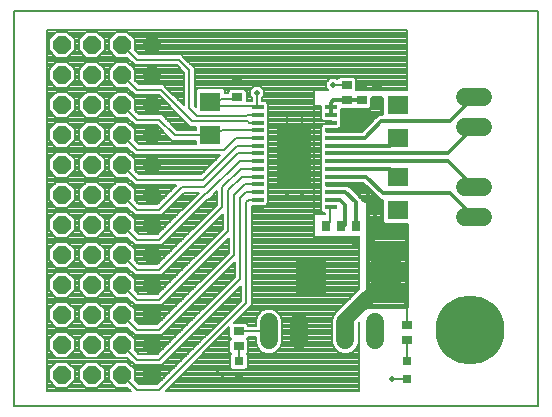
<source format=gtl>
G75*
%MOIN*%
%OFA0B0*%
%FSLAX25Y25*%
%IPPOS*%
%LPD*%
%AMOC8*
5,1,8,0,0,1.08239X$1,22.5*
%
%ADD10C,0.00500*%
%ADD11R,0.03937X0.01378*%
%ADD12R,0.11811X0.19685*%
%ADD13R,0.07098X0.06299*%
%ADD14C,0.06000*%
%ADD15R,0.02756X0.03543*%
%ADD16R,0.03543X0.02756*%
%ADD17OC8,0.06000*%
%ADD18C,0.23000*%
%ADD19R,0.10039X0.10630*%
%ADD20R,0.03150X0.03150*%
%ADD21C,0.00800*%
%ADD22C,0.01950*%
%ADD23C,0.01400*%
%ADD24C,0.05000*%
D10*
X0001250Y0030000D02*
X0001250Y0161850D01*
X0176100Y0161850D01*
X0176100Y0030000D01*
X0001250Y0030000D01*
D11*
X0082594Y0096366D03*
X0082594Y0098925D03*
X0082594Y0101484D03*
X0082594Y0104043D03*
X0082594Y0106602D03*
X0082594Y0109161D03*
X0082594Y0111720D03*
X0082594Y0114280D03*
X0082594Y0116839D03*
X0082594Y0119398D03*
X0082594Y0121957D03*
X0082594Y0124516D03*
X0082594Y0127075D03*
X0082594Y0129634D03*
X0106906Y0129634D03*
X0106906Y0127075D03*
X0106906Y0124516D03*
X0106906Y0121957D03*
X0106906Y0119398D03*
X0106906Y0116839D03*
X0106906Y0114280D03*
X0106906Y0111720D03*
X0106906Y0109161D03*
X0106906Y0106602D03*
X0106906Y0104043D03*
X0106906Y0101484D03*
X0106906Y0098925D03*
X0106906Y0096366D03*
D12*
X0094750Y0113000D03*
D13*
X0066750Y0120402D03*
X0066750Y0131598D03*
X0129250Y0130598D03*
X0129250Y0119402D03*
X0129250Y0106598D03*
X0129250Y0095402D03*
D14*
X0151750Y0093000D02*
X0157750Y0093000D01*
X0157750Y0103000D02*
X0151750Y0103000D01*
X0151750Y0123000D02*
X0157750Y0123000D01*
X0157750Y0133000D02*
X0151750Y0133000D01*
X0121750Y0058000D02*
X0121750Y0052000D01*
X0111750Y0052000D02*
X0111750Y0058000D01*
X0096250Y0058000D02*
X0096250Y0052000D01*
X0086250Y0052000D02*
X0086250Y0058000D01*
D15*
X0115191Y0085000D03*
X0115191Y0090000D03*
X0110309Y0090000D03*
X0105191Y0090000D03*
X0120309Y0090000D03*
X0120309Y0085000D03*
D16*
X0132250Y0057059D03*
X0132250Y0051941D03*
X0076250Y0049941D03*
X0076250Y0055059D03*
X0112250Y0131941D03*
X0117250Y0131941D03*
X0122250Y0131941D03*
X0122250Y0137059D03*
X0117250Y0137059D03*
X0112250Y0137059D03*
X0075750Y0138059D03*
X0075750Y0132941D03*
D17*
X0047250Y0130500D03*
X0037250Y0130500D03*
X0027250Y0130500D03*
X0017250Y0130500D03*
X0017250Y0140500D03*
X0027250Y0140500D03*
X0037250Y0140500D03*
X0047250Y0140500D03*
X0047250Y0150500D03*
X0037250Y0150500D03*
X0027250Y0150500D03*
X0017250Y0150500D03*
X0017250Y0120500D03*
X0027250Y0120500D03*
X0037250Y0120500D03*
X0047250Y0120500D03*
X0047250Y0110500D03*
X0037250Y0110500D03*
X0027250Y0110500D03*
X0017250Y0110500D03*
X0017250Y0100500D03*
X0027250Y0100500D03*
X0037250Y0100500D03*
X0047250Y0100500D03*
X0047250Y0090500D03*
X0037250Y0090500D03*
X0027250Y0090500D03*
X0017250Y0090500D03*
X0017250Y0080500D03*
X0027250Y0080500D03*
X0037250Y0080500D03*
X0047250Y0080500D03*
X0047250Y0070500D03*
X0037250Y0070500D03*
X0027250Y0070500D03*
X0017250Y0070500D03*
X0017250Y0060500D03*
X0027250Y0060500D03*
X0037250Y0060500D03*
X0047250Y0060500D03*
X0047250Y0050500D03*
X0037250Y0050500D03*
X0027250Y0050500D03*
X0017250Y0050500D03*
X0017250Y0040500D03*
X0027250Y0040500D03*
X0037250Y0040500D03*
X0047250Y0040500D03*
D18*
X0153250Y0055500D03*
D19*
X0125230Y0073000D03*
X0100270Y0073000D03*
D20*
X0076250Y0044953D03*
X0076250Y0039047D03*
X0132250Y0039047D03*
X0132250Y0044953D03*
D21*
X0132250Y0051941D01*
X0132250Y0057059D02*
X0132250Y0064000D01*
X0131750Y0064500D01*
X0116250Y0069015D02*
X0108444Y0061209D01*
X0108237Y0060709D01*
X0108020Y0060492D01*
X0107350Y0058875D01*
X0107350Y0051125D01*
X0108020Y0049508D01*
X0109258Y0048270D01*
X0110875Y0047600D01*
X0112625Y0047600D01*
X0114242Y0048270D01*
X0115480Y0049508D01*
X0116150Y0051125D01*
X0116150Y0057885D01*
X0116250Y0057985D01*
X0116250Y0035000D01*
X0051796Y0035000D01*
X0073078Y0056283D01*
X0073078Y0053101D01*
X0073680Y0052500D01*
X0073078Y0051899D01*
X0073078Y0047983D01*
X0073615Y0047447D01*
X0073275Y0047107D01*
X0073275Y0042798D01*
X0074095Y0041978D01*
X0078405Y0041978D01*
X0079225Y0042798D01*
X0079225Y0047107D01*
X0078885Y0047447D01*
X0079422Y0047983D01*
X0079422Y0051899D01*
X0078820Y0052500D01*
X0079422Y0053101D01*
X0079422Y0053200D01*
X0081850Y0053200D01*
X0081850Y0051125D01*
X0082520Y0049508D01*
X0083758Y0048270D01*
X0085375Y0047600D01*
X0087125Y0047600D01*
X0088742Y0048270D01*
X0089980Y0049508D01*
X0090650Y0051125D01*
X0090650Y0058875D01*
X0089980Y0060492D01*
X0088742Y0061730D01*
X0087125Y0062400D01*
X0085375Y0062400D01*
X0083758Y0061730D01*
X0082520Y0060492D01*
X0081850Y0058875D01*
X0081850Y0056800D01*
X0079422Y0056800D01*
X0079422Y0057017D01*
X0078602Y0057837D01*
X0074633Y0057837D01*
X0080550Y0063754D01*
X0080550Y0096836D01*
X0085143Y0096836D01*
X0085963Y0097656D01*
X0085963Y0100194D01*
X0085952Y0100205D01*
X0085963Y0100215D01*
X0085963Y0102753D01*
X0085952Y0102764D01*
X0085963Y0102774D01*
X0085963Y0105312D01*
X0085952Y0105323D01*
X0085963Y0105333D01*
X0085963Y0107871D01*
X0085952Y0107882D01*
X0085963Y0107893D01*
X0085963Y0110430D01*
X0085952Y0110441D01*
X0085963Y0110452D01*
X0085963Y0112989D01*
X0085952Y0113000D01*
X0085963Y0113011D01*
X0085963Y0115548D01*
X0085952Y0115559D01*
X0085963Y0115570D01*
X0085963Y0118107D01*
X0085952Y0118118D01*
X0085963Y0118129D01*
X0085963Y0120667D01*
X0085952Y0120677D01*
X0085963Y0120688D01*
X0085963Y0123226D01*
X0085952Y0123236D01*
X0085963Y0123247D01*
X0085963Y0125785D01*
X0085952Y0125795D01*
X0085963Y0125806D01*
X0085963Y0128344D01*
X0085952Y0128354D01*
X0085963Y0128365D01*
X0085963Y0130903D01*
X0085143Y0131723D01*
X0084050Y0131723D01*
X0084050Y0132941D01*
X0084625Y0133516D01*
X0084625Y0135484D01*
X0083234Y0136875D01*
X0081266Y0136875D01*
X0079875Y0135484D01*
X0079875Y0133516D01*
X0080450Y0132941D01*
X0080450Y0131778D01*
X0078922Y0131778D01*
X0078922Y0134899D01*
X0078102Y0135719D01*
X0073398Y0135719D01*
X0072578Y0134899D01*
X0072578Y0134300D01*
X0071699Y0134300D01*
X0071699Y0135328D01*
X0070879Y0136148D01*
X0062621Y0136148D01*
X0061801Y0135328D01*
X0061801Y0129934D01*
X0061550Y0130205D01*
X0061550Y0142746D01*
X0058050Y0146246D01*
X0056996Y0147300D01*
X0042996Y0147300D01*
X0041634Y0148662D01*
X0041650Y0148677D01*
X0041650Y0152323D01*
X0039073Y0154900D01*
X0035427Y0154900D01*
X0032850Y0152323D01*
X0032850Y0148677D01*
X0035427Y0146100D01*
X0039073Y0146100D01*
X0039088Y0146116D01*
X0041504Y0143700D01*
X0055504Y0143700D01*
X0057950Y0141254D01*
X0057950Y0130346D01*
X0052050Y0136246D01*
X0050996Y0137300D01*
X0042996Y0137300D01*
X0041634Y0138662D01*
X0041650Y0138677D01*
X0041650Y0142323D01*
X0039073Y0144900D01*
X0035427Y0144900D01*
X0032850Y0142323D01*
X0032850Y0138677D01*
X0035427Y0136100D01*
X0039073Y0136100D01*
X0039088Y0136116D01*
X0041504Y0133700D01*
X0049504Y0133700D01*
X0058950Y0124254D01*
X0060004Y0123200D01*
X0061801Y0123200D01*
X0061801Y0122202D01*
X0055594Y0122202D01*
X0050496Y0127300D01*
X0042996Y0127300D01*
X0041634Y0128662D01*
X0041650Y0128677D01*
X0041650Y0132323D01*
X0039073Y0134900D01*
X0035427Y0134900D01*
X0032850Y0132323D01*
X0032850Y0128677D01*
X0035427Y0126100D01*
X0039073Y0126100D01*
X0039088Y0126116D01*
X0041504Y0123700D01*
X0049004Y0123700D01*
X0054103Y0118602D01*
X0061801Y0118602D01*
X0061801Y0117300D01*
X0042996Y0117300D01*
X0041634Y0118662D01*
X0041650Y0118677D01*
X0041650Y0122323D01*
X0039073Y0124900D01*
X0035427Y0124900D01*
X0032850Y0122323D01*
X0032850Y0118677D01*
X0035427Y0116100D01*
X0039073Y0116100D01*
X0039088Y0116116D01*
X0041504Y0113700D01*
X0069904Y0113700D01*
X0063504Y0107300D01*
X0042996Y0107300D01*
X0041634Y0108662D01*
X0041650Y0108677D01*
X0041650Y0112323D01*
X0039073Y0114900D01*
X0035427Y0114900D01*
X0032850Y0112323D01*
X0032850Y0108677D01*
X0035427Y0106100D01*
X0039073Y0106100D01*
X0039088Y0106116D01*
X0040450Y0104754D01*
X0041504Y0103700D01*
X0055404Y0103700D01*
X0049004Y0097300D01*
X0042996Y0097300D01*
X0041634Y0098662D01*
X0041650Y0098677D01*
X0041650Y0102323D01*
X0039073Y0104900D01*
X0035427Y0104900D01*
X0032850Y0102323D01*
X0032850Y0098677D01*
X0035427Y0096100D01*
X0039073Y0096100D01*
X0039088Y0096116D01*
X0041504Y0093700D01*
X0050496Y0093700D01*
X0051550Y0094754D01*
X0051550Y0094754D01*
X0057996Y0101200D01*
X0062904Y0101200D01*
X0049004Y0087300D01*
X0042996Y0087300D01*
X0041634Y0088662D01*
X0041650Y0088677D01*
X0041650Y0092323D01*
X0039073Y0094900D01*
X0035427Y0094900D01*
X0032850Y0092323D01*
X0032850Y0088677D01*
X0035427Y0086100D01*
X0039073Y0086100D01*
X0039088Y0086116D01*
X0041504Y0083700D01*
X0050496Y0083700D01*
X0065996Y0099200D01*
X0066496Y0099200D01*
X0068950Y0101654D01*
X0068950Y0097246D01*
X0049004Y0077300D01*
X0042996Y0077300D01*
X0041634Y0078662D01*
X0041650Y0078677D01*
X0041650Y0082323D01*
X0039073Y0084900D01*
X0035427Y0084900D01*
X0032850Y0082323D01*
X0032850Y0078677D01*
X0035427Y0076100D01*
X0039073Y0076100D01*
X0039088Y0076116D01*
X0041504Y0073700D01*
X0050496Y0073700D01*
X0070950Y0094154D01*
X0070950Y0089246D01*
X0049004Y0067300D01*
X0042996Y0067300D01*
X0041634Y0068662D01*
X0041650Y0068677D01*
X0041650Y0072323D01*
X0039073Y0074900D01*
X0035427Y0074900D01*
X0032850Y0072323D01*
X0032850Y0068677D01*
X0035427Y0066100D01*
X0039073Y0066100D01*
X0039088Y0066116D01*
X0041504Y0063700D01*
X0050496Y0063700D01*
X0072950Y0086154D01*
X0072950Y0081246D01*
X0049004Y0057300D01*
X0042996Y0057300D01*
X0041634Y0058662D01*
X0041650Y0058677D01*
X0041650Y0062323D01*
X0039073Y0064900D01*
X0035427Y0064900D01*
X0032850Y0062323D01*
X0032850Y0058677D01*
X0035427Y0056100D01*
X0039073Y0056100D01*
X0039088Y0056116D01*
X0041504Y0053700D01*
X0050496Y0053700D01*
X0051550Y0054754D01*
X0074950Y0078154D01*
X0074950Y0073246D01*
X0049004Y0047300D01*
X0042996Y0047300D01*
X0041634Y0048662D01*
X0041650Y0048677D01*
X0041650Y0052323D01*
X0039073Y0054900D01*
X0035427Y0054900D01*
X0032850Y0052323D01*
X0032850Y0048677D01*
X0035427Y0046100D01*
X0039073Y0046100D01*
X0039088Y0046116D01*
X0041504Y0043700D01*
X0050496Y0043700D01*
X0051550Y0044754D01*
X0076950Y0070154D01*
X0076950Y0065246D01*
X0049004Y0037300D01*
X0042996Y0037300D01*
X0041634Y0038662D01*
X0041650Y0038677D01*
X0041650Y0042323D01*
X0039073Y0044900D01*
X0035427Y0044900D01*
X0032850Y0042323D01*
X0032850Y0038677D01*
X0035427Y0036100D01*
X0039073Y0036100D01*
X0039088Y0036116D01*
X0040204Y0035000D01*
X0012250Y0035000D01*
X0012250Y0155500D01*
X0132250Y0155500D01*
X0132250Y0135500D01*
X0115422Y0135500D01*
X0115422Y0139017D01*
X0114602Y0139837D01*
X0109898Y0139837D01*
X0109085Y0139024D01*
X0108734Y0139375D01*
X0106766Y0139375D01*
X0105375Y0137984D01*
X0105375Y0136016D01*
X0105891Y0135500D01*
X0101250Y0135500D01*
X0101250Y0086500D01*
X0116250Y0086500D01*
X0116250Y0069015D01*
X0116250Y0069127D02*
X0080550Y0069127D01*
X0080550Y0068329D02*
X0115563Y0068329D01*
X0114765Y0067530D02*
X0080550Y0067530D01*
X0080550Y0066732D02*
X0113966Y0066732D01*
X0113168Y0065933D02*
X0080550Y0065933D01*
X0080550Y0065134D02*
X0112369Y0065134D01*
X0111571Y0064336D02*
X0080550Y0064336D01*
X0080333Y0063537D02*
X0110772Y0063537D01*
X0109974Y0062739D02*
X0079535Y0062739D01*
X0078736Y0061940D02*
X0084265Y0061940D01*
X0083169Y0061142D02*
X0077938Y0061142D01*
X0077139Y0060343D02*
X0082458Y0060343D01*
X0082127Y0059545D02*
X0076340Y0059545D01*
X0075542Y0058746D02*
X0081850Y0058746D01*
X0081850Y0057948D02*
X0074743Y0057948D01*
X0073078Y0055552D02*
X0072348Y0055552D01*
X0073078Y0054754D02*
X0071549Y0054754D01*
X0070751Y0053955D02*
X0073078Y0053955D01*
X0073078Y0053157D02*
X0069952Y0053157D01*
X0069154Y0052358D02*
X0073538Y0052358D01*
X0073078Y0051560D02*
X0068355Y0051560D01*
X0067557Y0050761D02*
X0073078Y0050761D01*
X0073078Y0049963D02*
X0066758Y0049963D01*
X0065960Y0049164D02*
X0073078Y0049164D01*
X0073078Y0048366D02*
X0065161Y0048366D01*
X0064363Y0047567D02*
X0073494Y0047567D01*
X0073275Y0046769D02*
X0063564Y0046769D01*
X0062766Y0045970D02*
X0073275Y0045970D01*
X0073275Y0045172D02*
X0061967Y0045172D01*
X0061169Y0044373D02*
X0073275Y0044373D01*
X0073275Y0043575D02*
X0060370Y0043575D01*
X0059572Y0042776D02*
X0073297Y0042776D01*
X0076250Y0044953D02*
X0076250Y0049941D01*
X0079422Y0049963D02*
X0082331Y0049963D01*
X0082001Y0050761D02*
X0079422Y0050761D01*
X0079422Y0051560D02*
X0081850Y0051560D01*
X0081850Y0052358D02*
X0078962Y0052358D01*
X0079422Y0053157D02*
X0081850Y0053157D01*
X0082863Y0049164D02*
X0079422Y0049164D01*
X0079422Y0048366D02*
X0083662Y0048366D01*
X0079225Y0046769D02*
X0116250Y0046769D01*
X0116250Y0047567D02*
X0079006Y0047567D01*
X0079225Y0045970D02*
X0116250Y0045970D01*
X0116250Y0045172D02*
X0079225Y0045172D01*
X0079225Y0044373D02*
X0116250Y0044373D01*
X0116250Y0043575D02*
X0079225Y0043575D01*
X0079203Y0042776D02*
X0116250Y0042776D01*
X0116250Y0041978D02*
X0058773Y0041978D01*
X0057975Y0041179D02*
X0116250Y0041179D01*
X0116250Y0040381D02*
X0057176Y0040381D01*
X0056378Y0039582D02*
X0116250Y0039582D01*
X0116250Y0038784D02*
X0055579Y0038784D01*
X0054781Y0037985D02*
X0116250Y0037985D01*
X0116250Y0037187D02*
X0053982Y0037187D01*
X0053184Y0036388D02*
X0116250Y0036388D01*
X0116250Y0035590D02*
X0052385Y0035590D01*
X0049750Y0035500D02*
X0042250Y0035500D01*
X0037250Y0040500D01*
X0034102Y0043575D02*
X0030398Y0043575D01*
X0029599Y0044373D02*
X0034901Y0044373D01*
X0033304Y0042776D02*
X0031196Y0042776D01*
X0031650Y0042323D02*
X0029073Y0044900D01*
X0025427Y0044900D01*
X0022850Y0042323D01*
X0022850Y0038677D01*
X0025427Y0036100D01*
X0029073Y0036100D01*
X0031650Y0038677D01*
X0031650Y0042323D01*
X0031650Y0041978D02*
X0032850Y0041978D01*
X0032850Y0041179D02*
X0031650Y0041179D01*
X0031650Y0040381D02*
X0032850Y0040381D01*
X0032850Y0039582D02*
X0031650Y0039582D01*
X0031650Y0038784D02*
X0032850Y0038784D01*
X0033542Y0037985D02*
X0030958Y0037985D01*
X0030159Y0037187D02*
X0034341Y0037187D01*
X0035139Y0036388D02*
X0029361Y0036388D01*
X0025139Y0036388D02*
X0019361Y0036388D01*
X0019073Y0036100D02*
X0021650Y0038677D01*
X0021650Y0042323D01*
X0019073Y0044900D01*
X0015427Y0044900D01*
X0012850Y0042323D01*
X0012850Y0038677D01*
X0015427Y0036100D01*
X0019073Y0036100D01*
X0020159Y0037187D02*
X0024341Y0037187D01*
X0023542Y0037985D02*
X0020958Y0037985D01*
X0021650Y0038784D02*
X0022850Y0038784D01*
X0022850Y0039582D02*
X0021650Y0039582D01*
X0021650Y0040381D02*
X0022850Y0040381D01*
X0022850Y0041179D02*
X0021650Y0041179D01*
X0021650Y0041978D02*
X0022850Y0041978D01*
X0023304Y0042776D02*
X0021196Y0042776D01*
X0020398Y0043575D02*
X0024102Y0043575D01*
X0024901Y0044373D02*
X0019599Y0044373D01*
X0019073Y0046100D02*
X0021650Y0048677D01*
X0021650Y0052323D01*
X0019073Y0054900D01*
X0015427Y0054900D01*
X0012850Y0052323D01*
X0012850Y0048677D01*
X0015427Y0046100D01*
X0019073Y0046100D01*
X0019741Y0046769D02*
X0024759Y0046769D01*
X0025427Y0046100D02*
X0022850Y0048677D01*
X0022850Y0052323D01*
X0025427Y0054900D01*
X0029073Y0054900D01*
X0031650Y0052323D01*
X0031650Y0048677D01*
X0029073Y0046100D01*
X0025427Y0046100D01*
X0023960Y0047567D02*
X0020540Y0047567D01*
X0021338Y0048366D02*
X0023162Y0048366D01*
X0022850Y0049164D02*
X0021650Y0049164D01*
X0021650Y0049963D02*
X0022850Y0049963D01*
X0022850Y0050761D02*
X0021650Y0050761D01*
X0021650Y0051560D02*
X0022850Y0051560D01*
X0022886Y0052358D02*
X0021614Y0052358D01*
X0020816Y0053157D02*
X0023684Y0053157D01*
X0024483Y0053955D02*
X0020017Y0053955D01*
X0019219Y0054754D02*
X0025281Y0054754D01*
X0025427Y0056100D02*
X0029073Y0056100D01*
X0031650Y0058677D01*
X0031650Y0062323D01*
X0029073Y0064900D01*
X0025427Y0064900D01*
X0022850Y0062323D01*
X0022850Y0058677D01*
X0025427Y0056100D01*
X0025177Y0056351D02*
X0019323Y0056351D01*
X0019073Y0056100D02*
X0021650Y0058677D01*
X0021650Y0062323D01*
X0019073Y0064900D01*
X0015427Y0064900D01*
X0012850Y0062323D01*
X0012850Y0058677D01*
X0015427Y0056100D01*
X0019073Y0056100D01*
X0020122Y0057149D02*
X0024378Y0057149D01*
X0023580Y0057948D02*
X0020920Y0057948D01*
X0021650Y0058746D02*
X0022850Y0058746D01*
X0022850Y0059545D02*
X0021650Y0059545D01*
X0021650Y0060343D02*
X0022850Y0060343D01*
X0022850Y0061142D02*
X0021650Y0061142D01*
X0021650Y0061940D02*
X0022850Y0061940D01*
X0023266Y0062739D02*
X0021234Y0062739D01*
X0020435Y0063537D02*
X0024065Y0063537D01*
X0024863Y0064336D02*
X0019637Y0064336D01*
X0019073Y0066100D02*
X0021650Y0068677D01*
X0021650Y0072323D01*
X0019073Y0074900D01*
X0015427Y0074900D01*
X0012850Y0072323D01*
X0012850Y0068677D01*
X0015427Y0066100D01*
X0019073Y0066100D01*
X0019704Y0066732D02*
X0024796Y0066732D01*
X0025427Y0066100D02*
X0029073Y0066100D01*
X0031650Y0068677D01*
X0031650Y0072323D01*
X0029073Y0074900D01*
X0025427Y0074900D01*
X0022850Y0072323D01*
X0022850Y0068677D01*
X0025427Y0066100D01*
X0023997Y0067530D02*
X0020503Y0067530D01*
X0021301Y0068329D02*
X0023199Y0068329D01*
X0022850Y0069127D02*
X0021650Y0069127D01*
X0021650Y0069926D02*
X0022850Y0069926D01*
X0022850Y0070724D02*
X0021650Y0070724D01*
X0021650Y0071523D02*
X0022850Y0071523D01*
X0022850Y0072321D02*
X0021650Y0072321D01*
X0020853Y0073120D02*
X0023647Y0073120D01*
X0024446Y0073918D02*
X0020054Y0073918D01*
X0019256Y0074717D02*
X0025244Y0074717D01*
X0025427Y0076100D02*
X0029073Y0076100D01*
X0031650Y0078677D01*
X0031650Y0082323D01*
X0029073Y0084900D01*
X0025427Y0084900D01*
X0022850Y0082323D01*
X0022850Y0078677D01*
X0025427Y0076100D01*
X0025214Y0076314D02*
X0019286Y0076314D01*
X0019073Y0076100D02*
X0021650Y0078677D01*
X0021650Y0082323D01*
X0019073Y0084900D01*
X0015427Y0084900D01*
X0012850Y0082323D01*
X0012850Y0078677D01*
X0015427Y0076100D01*
X0019073Y0076100D01*
X0020085Y0077112D02*
X0024415Y0077112D01*
X0023617Y0077911D02*
X0020883Y0077911D01*
X0021650Y0078709D02*
X0022850Y0078709D01*
X0022850Y0079508D02*
X0021650Y0079508D01*
X0021650Y0080306D02*
X0022850Y0080306D01*
X0022850Y0081105D02*
X0021650Y0081105D01*
X0021650Y0081903D02*
X0022850Y0081903D01*
X0023229Y0082702D02*
X0021271Y0082702D01*
X0020472Y0083500D02*
X0024028Y0083500D01*
X0024826Y0084299D02*
X0019674Y0084299D01*
X0019073Y0086100D02*
X0021650Y0088677D01*
X0021650Y0092323D01*
X0019073Y0094900D01*
X0015427Y0094900D01*
X0012850Y0092323D01*
X0012850Y0088677D01*
X0015427Y0086100D01*
X0019073Y0086100D01*
X0019667Y0086694D02*
X0024833Y0086694D01*
X0025427Y0086100D02*
X0022850Y0088677D01*
X0022850Y0092323D01*
X0025427Y0094900D01*
X0029073Y0094900D01*
X0031650Y0092323D01*
X0031650Y0088677D01*
X0029073Y0086100D01*
X0025427Y0086100D01*
X0024035Y0087493D02*
X0020465Y0087493D01*
X0021264Y0088291D02*
X0023236Y0088291D01*
X0022850Y0089090D02*
X0021650Y0089090D01*
X0021650Y0089888D02*
X0022850Y0089888D01*
X0022850Y0090687D02*
X0021650Y0090687D01*
X0021650Y0091485D02*
X0022850Y0091485D01*
X0022850Y0092284D02*
X0021650Y0092284D01*
X0020890Y0093082D02*
X0023610Y0093082D01*
X0024408Y0093881D02*
X0020092Y0093881D01*
X0019293Y0094679D02*
X0025207Y0094679D01*
X0025427Y0096100D02*
X0029073Y0096100D01*
X0031650Y0098677D01*
X0031650Y0102323D01*
X0029073Y0104900D01*
X0025427Y0104900D01*
X0022850Y0102323D01*
X0022850Y0098677D01*
X0025427Y0096100D01*
X0025251Y0096276D02*
X0019249Y0096276D01*
X0019073Y0096100D02*
X0021650Y0098677D01*
X0021650Y0102323D01*
X0019073Y0104900D01*
X0015427Y0104900D01*
X0012850Y0102323D01*
X0012850Y0098677D01*
X0015427Y0096100D01*
X0019073Y0096100D01*
X0020047Y0097075D02*
X0024453Y0097075D01*
X0023654Y0097873D02*
X0020846Y0097873D01*
X0021645Y0098672D02*
X0022855Y0098672D01*
X0022850Y0099470D02*
X0021650Y0099470D01*
X0021650Y0100269D02*
X0022850Y0100269D01*
X0022850Y0101068D02*
X0021650Y0101068D01*
X0021650Y0101866D02*
X0022850Y0101866D01*
X0023192Y0102665D02*
X0021308Y0102665D01*
X0020509Y0103463D02*
X0023991Y0103463D01*
X0024789Y0104262D02*
X0019711Y0104262D01*
X0019073Y0106100D02*
X0015427Y0106100D01*
X0012850Y0108677D01*
X0012850Y0112323D01*
X0015427Y0114900D01*
X0019073Y0114900D01*
X0021650Y0112323D01*
X0021650Y0108677D01*
X0019073Y0106100D01*
X0019630Y0106657D02*
X0024870Y0106657D01*
X0025427Y0106100D02*
X0022850Y0108677D01*
X0022850Y0112323D01*
X0025427Y0114900D01*
X0029073Y0114900D01*
X0031650Y0112323D01*
X0031650Y0108677D01*
X0029073Y0106100D01*
X0025427Y0106100D01*
X0024072Y0107456D02*
X0020428Y0107456D01*
X0021227Y0108254D02*
X0023273Y0108254D01*
X0022850Y0109053D02*
X0021650Y0109053D01*
X0021650Y0109851D02*
X0022850Y0109851D01*
X0022850Y0110650D02*
X0021650Y0110650D01*
X0021650Y0111448D02*
X0022850Y0111448D01*
X0022850Y0112247D02*
X0021650Y0112247D01*
X0020927Y0113045D02*
X0023573Y0113045D01*
X0024371Y0113844D02*
X0020129Y0113844D01*
X0019330Y0114642D02*
X0025170Y0114642D01*
X0025427Y0116100D02*
X0029073Y0116100D01*
X0031650Y0118677D01*
X0031650Y0122323D01*
X0029073Y0124900D01*
X0025427Y0124900D01*
X0022850Y0122323D01*
X0022850Y0118677D01*
X0025427Y0116100D01*
X0025288Y0116239D02*
X0019212Y0116239D01*
X0019073Y0116100D02*
X0021650Y0118677D01*
X0021650Y0122323D01*
X0019073Y0124900D01*
X0015427Y0124900D01*
X0012850Y0122323D01*
X0012850Y0118677D01*
X0015427Y0116100D01*
X0019073Y0116100D01*
X0020010Y0117038D02*
X0024490Y0117038D01*
X0023691Y0117836D02*
X0020809Y0117836D01*
X0021607Y0118635D02*
X0022893Y0118635D01*
X0022850Y0119433D02*
X0021650Y0119433D01*
X0021650Y0120232D02*
X0022850Y0120232D01*
X0022850Y0121030D02*
X0021650Y0121030D01*
X0021650Y0121829D02*
X0022850Y0121829D01*
X0023155Y0122627D02*
X0021345Y0122627D01*
X0020547Y0123426D02*
X0023953Y0123426D01*
X0024752Y0124224D02*
X0019748Y0124224D01*
X0019073Y0126100D02*
X0021650Y0128677D01*
X0021650Y0132323D01*
X0019073Y0134900D01*
X0015427Y0134900D01*
X0012850Y0132323D01*
X0012850Y0128677D01*
X0015427Y0126100D01*
X0019073Y0126100D01*
X0019592Y0126620D02*
X0024908Y0126620D01*
X0025427Y0126100D02*
X0022850Y0128677D01*
X0022850Y0132323D01*
X0025427Y0134900D01*
X0029073Y0134900D01*
X0031650Y0132323D01*
X0031650Y0128677D01*
X0029073Y0126100D01*
X0025427Y0126100D01*
X0024109Y0127418D02*
X0020391Y0127418D01*
X0021189Y0128217D02*
X0023311Y0128217D01*
X0022850Y0129015D02*
X0021650Y0129015D01*
X0021650Y0129814D02*
X0022850Y0129814D01*
X0022850Y0130612D02*
X0021650Y0130612D01*
X0021650Y0131411D02*
X0022850Y0131411D01*
X0022850Y0132209D02*
X0021650Y0132209D01*
X0020965Y0133008D02*
X0023535Y0133008D01*
X0024334Y0133806D02*
X0020166Y0133806D01*
X0019368Y0134605D02*
X0025132Y0134605D01*
X0025427Y0136100D02*
X0029073Y0136100D01*
X0031650Y0138677D01*
X0031650Y0142323D01*
X0029073Y0144900D01*
X0025427Y0144900D01*
X0022850Y0142323D01*
X0022850Y0138677D01*
X0025427Y0136100D01*
X0025325Y0136202D02*
X0019175Y0136202D01*
X0019073Y0136100D02*
X0021650Y0138677D01*
X0021650Y0142323D01*
X0019073Y0144900D01*
X0015427Y0144900D01*
X0012850Y0142323D01*
X0012850Y0138677D01*
X0015427Y0136100D01*
X0019073Y0136100D01*
X0019973Y0137001D02*
X0024527Y0137001D01*
X0023728Y0137799D02*
X0020772Y0137799D01*
X0021570Y0138598D02*
X0022930Y0138598D01*
X0022850Y0139396D02*
X0021650Y0139396D01*
X0021650Y0140195D02*
X0022850Y0140195D01*
X0022850Y0140993D02*
X0021650Y0140993D01*
X0021650Y0141792D02*
X0022850Y0141792D01*
X0023118Y0142590D02*
X0021382Y0142590D01*
X0020584Y0143389D02*
X0023916Y0143389D01*
X0024715Y0144187D02*
X0019785Y0144187D01*
X0019073Y0146100D02*
X0021650Y0148677D01*
X0021650Y0152323D01*
X0019073Y0154900D01*
X0015427Y0154900D01*
X0012850Y0152323D01*
X0012850Y0148677D01*
X0015427Y0146100D01*
X0019073Y0146100D01*
X0019555Y0146583D02*
X0024945Y0146583D01*
X0025427Y0146100D02*
X0029073Y0146100D01*
X0031650Y0148677D01*
X0031650Y0152323D01*
X0029073Y0154900D01*
X0025427Y0154900D01*
X0022850Y0152323D01*
X0022850Y0148677D01*
X0025427Y0146100D01*
X0024146Y0147381D02*
X0020354Y0147381D01*
X0021152Y0148180D02*
X0023348Y0148180D01*
X0022850Y0148978D02*
X0021650Y0148978D01*
X0021650Y0149777D02*
X0022850Y0149777D01*
X0022850Y0150575D02*
X0021650Y0150575D01*
X0021650Y0151374D02*
X0022850Y0151374D01*
X0022850Y0152172D02*
X0021650Y0152172D01*
X0021002Y0152971D02*
X0023498Y0152971D01*
X0024297Y0153769D02*
X0020203Y0153769D01*
X0019405Y0154568D02*
X0025095Y0154568D01*
X0029405Y0154568D02*
X0035095Y0154568D01*
X0034297Y0153769D02*
X0030203Y0153769D01*
X0031002Y0152971D02*
X0033498Y0152971D01*
X0032850Y0152172D02*
X0031650Y0152172D01*
X0031650Y0151374D02*
X0032850Y0151374D01*
X0032850Y0150575D02*
X0031650Y0150575D01*
X0031650Y0149777D02*
X0032850Y0149777D01*
X0032850Y0148978D02*
X0031650Y0148978D01*
X0031152Y0148180D02*
X0033348Y0148180D01*
X0034146Y0147381D02*
X0030354Y0147381D01*
X0029555Y0146583D02*
X0034945Y0146583D01*
X0034715Y0144187D02*
X0029785Y0144187D01*
X0030584Y0143389D02*
X0033916Y0143389D01*
X0033118Y0142590D02*
X0031382Y0142590D01*
X0031650Y0141792D02*
X0032850Y0141792D01*
X0032850Y0140993D02*
X0031650Y0140993D01*
X0031650Y0140195D02*
X0032850Y0140195D01*
X0032850Y0139396D02*
X0031650Y0139396D01*
X0031570Y0138598D02*
X0032930Y0138598D01*
X0033728Y0137799D02*
X0030772Y0137799D01*
X0029973Y0137001D02*
X0034527Y0137001D01*
X0035325Y0136202D02*
X0029175Y0136202D01*
X0029368Y0134605D02*
X0035132Y0134605D01*
X0034334Y0133806D02*
X0030166Y0133806D01*
X0030965Y0133008D02*
X0033535Y0133008D01*
X0032850Y0132209D02*
X0031650Y0132209D01*
X0031650Y0131411D02*
X0032850Y0131411D01*
X0032850Y0130612D02*
X0031650Y0130612D01*
X0031650Y0129814D02*
X0032850Y0129814D01*
X0032850Y0129015D02*
X0031650Y0129015D01*
X0031189Y0128217D02*
X0033311Y0128217D01*
X0034109Y0127418D02*
X0030391Y0127418D01*
X0029592Y0126620D02*
X0034908Y0126620D01*
X0034752Y0124224D02*
X0029748Y0124224D01*
X0030547Y0123426D02*
X0033953Y0123426D01*
X0033155Y0122627D02*
X0031345Y0122627D01*
X0031650Y0121829D02*
X0032850Y0121829D01*
X0032850Y0121030D02*
X0031650Y0121030D01*
X0031650Y0120232D02*
X0032850Y0120232D01*
X0032850Y0119433D02*
X0031650Y0119433D01*
X0031607Y0118635D02*
X0032893Y0118635D01*
X0033691Y0117836D02*
X0030809Y0117836D01*
X0030010Y0117038D02*
X0034490Y0117038D01*
X0035288Y0116239D02*
X0029212Y0116239D01*
X0029330Y0114642D02*
X0035170Y0114642D01*
X0034371Y0113844D02*
X0030129Y0113844D01*
X0030927Y0113045D02*
X0033573Y0113045D01*
X0032850Y0112247D02*
X0031650Y0112247D01*
X0031650Y0111448D02*
X0032850Y0111448D01*
X0032850Y0110650D02*
X0031650Y0110650D01*
X0031650Y0109851D02*
X0032850Y0109851D01*
X0032850Y0109053D02*
X0031650Y0109053D01*
X0031227Y0108254D02*
X0033273Y0108254D01*
X0034072Y0107456D02*
X0030428Y0107456D01*
X0029630Y0106657D02*
X0034870Y0106657D01*
X0034789Y0104262D02*
X0029711Y0104262D01*
X0030509Y0103463D02*
X0033991Y0103463D01*
X0033192Y0102665D02*
X0031308Y0102665D01*
X0031650Y0101866D02*
X0032850Y0101866D01*
X0032850Y0101068D02*
X0031650Y0101068D01*
X0031650Y0100269D02*
X0032850Y0100269D01*
X0032850Y0099470D02*
X0031650Y0099470D01*
X0031645Y0098672D02*
X0032855Y0098672D01*
X0033654Y0097873D02*
X0030846Y0097873D01*
X0030047Y0097075D02*
X0034453Y0097075D01*
X0035251Y0096276D02*
X0029249Y0096276D01*
X0029293Y0094679D02*
X0035207Y0094679D01*
X0034408Y0093881D02*
X0030092Y0093881D01*
X0030890Y0093082D02*
X0033610Y0093082D01*
X0032850Y0092284D02*
X0031650Y0092284D01*
X0031650Y0091485D02*
X0032850Y0091485D01*
X0032850Y0090687D02*
X0031650Y0090687D01*
X0031650Y0089888D02*
X0032850Y0089888D01*
X0032850Y0089090D02*
X0031650Y0089090D01*
X0031264Y0088291D02*
X0033236Y0088291D01*
X0034035Y0087493D02*
X0030465Y0087493D01*
X0029667Y0086694D02*
X0034833Y0086694D01*
X0034826Y0084299D02*
X0029674Y0084299D01*
X0030472Y0083500D02*
X0034028Y0083500D01*
X0033229Y0082702D02*
X0031271Y0082702D01*
X0031650Y0081903D02*
X0032850Y0081903D01*
X0032850Y0081105D02*
X0031650Y0081105D01*
X0031650Y0080306D02*
X0032850Y0080306D01*
X0032850Y0079508D02*
X0031650Y0079508D01*
X0031650Y0078709D02*
X0032850Y0078709D01*
X0033617Y0077911D02*
X0030883Y0077911D01*
X0030085Y0077112D02*
X0034415Y0077112D01*
X0035214Y0076314D02*
X0029286Y0076314D01*
X0029256Y0074717D02*
X0035244Y0074717D01*
X0034446Y0073918D02*
X0030054Y0073918D01*
X0030853Y0073120D02*
X0033647Y0073120D01*
X0032850Y0072321D02*
X0031650Y0072321D01*
X0031650Y0071523D02*
X0032850Y0071523D01*
X0032850Y0070724D02*
X0031650Y0070724D01*
X0031650Y0069926D02*
X0032850Y0069926D01*
X0032850Y0069127D02*
X0031650Y0069127D01*
X0031301Y0068329D02*
X0033199Y0068329D01*
X0033997Y0067530D02*
X0030503Y0067530D01*
X0029704Y0066732D02*
X0034796Y0066732D01*
X0034863Y0064336D02*
X0029637Y0064336D01*
X0030435Y0063537D02*
X0034065Y0063537D01*
X0033266Y0062739D02*
X0031234Y0062739D01*
X0031650Y0061940D02*
X0032850Y0061940D01*
X0032850Y0061142D02*
X0031650Y0061142D01*
X0031650Y0060343D02*
X0032850Y0060343D01*
X0032850Y0059545D02*
X0031650Y0059545D01*
X0031650Y0058746D02*
X0032850Y0058746D01*
X0033580Y0057948D02*
X0030920Y0057948D01*
X0030122Y0057149D02*
X0034378Y0057149D01*
X0035177Y0056351D02*
X0029323Y0056351D01*
X0029219Y0054754D02*
X0035281Y0054754D01*
X0034483Y0053955D02*
X0030017Y0053955D01*
X0030816Y0053157D02*
X0033684Y0053157D01*
X0032886Y0052358D02*
X0031614Y0052358D01*
X0031650Y0051560D02*
X0032850Y0051560D01*
X0032850Y0050761D02*
X0031650Y0050761D01*
X0031650Y0049963D02*
X0032850Y0049963D01*
X0032850Y0049164D02*
X0031650Y0049164D01*
X0031338Y0048366D02*
X0033162Y0048366D01*
X0033960Y0047567D02*
X0030540Y0047567D01*
X0029741Y0046769D02*
X0034759Y0046769D01*
X0037250Y0050500D02*
X0042250Y0045500D01*
X0049750Y0045500D01*
X0076750Y0072500D01*
X0076750Y0099500D01*
X0078734Y0101484D01*
X0082594Y0101484D01*
X0082594Y0104043D02*
X0078293Y0104043D01*
X0074750Y0100500D01*
X0074750Y0080500D01*
X0049750Y0055500D01*
X0042250Y0055500D01*
X0037250Y0060500D01*
X0040435Y0063537D02*
X0055242Y0063537D01*
X0054443Y0062739D02*
X0041234Y0062739D01*
X0041650Y0061940D02*
X0053645Y0061940D01*
X0052846Y0061142D02*
X0041650Y0061142D01*
X0041650Y0060343D02*
X0052048Y0060343D01*
X0051249Y0059545D02*
X0041650Y0059545D01*
X0041650Y0058746D02*
X0050451Y0058746D01*
X0049652Y0057948D02*
X0042348Y0057948D01*
X0039652Y0055552D02*
X0012250Y0055552D01*
X0012250Y0054754D02*
X0015281Y0054754D01*
X0014483Y0053955D02*
X0012250Y0053955D01*
X0012250Y0053157D02*
X0013684Y0053157D01*
X0012886Y0052358D02*
X0012250Y0052358D01*
X0012250Y0051560D02*
X0012850Y0051560D01*
X0012850Y0050761D02*
X0012250Y0050761D01*
X0012250Y0049963D02*
X0012850Y0049963D01*
X0012850Y0049164D02*
X0012250Y0049164D01*
X0012250Y0048366D02*
X0013162Y0048366D01*
X0013960Y0047567D02*
X0012250Y0047567D01*
X0012250Y0046769D02*
X0014759Y0046769D01*
X0014901Y0044373D02*
X0012250Y0044373D01*
X0012250Y0043575D02*
X0014102Y0043575D01*
X0013304Y0042776D02*
X0012250Y0042776D01*
X0012250Y0041978D02*
X0012850Y0041978D01*
X0012850Y0041179D02*
X0012250Y0041179D01*
X0012250Y0040381D02*
X0012850Y0040381D01*
X0012850Y0039582D02*
X0012250Y0039582D01*
X0012250Y0038784D02*
X0012850Y0038784D01*
X0012250Y0037985D02*
X0013542Y0037985D01*
X0014341Y0037187D02*
X0012250Y0037187D01*
X0012250Y0036388D02*
X0015139Y0036388D01*
X0012250Y0035590D02*
X0039615Y0035590D01*
X0042310Y0037985D02*
X0049690Y0037985D01*
X0050488Y0038784D02*
X0041650Y0038784D01*
X0041650Y0039582D02*
X0051287Y0039582D01*
X0052085Y0040381D02*
X0041650Y0040381D01*
X0041650Y0041179D02*
X0052884Y0041179D01*
X0053682Y0041978D02*
X0041650Y0041978D01*
X0041196Y0042776D02*
X0054481Y0042776D01*
X0055279Y0043575D02*
X0040398Y0043575D01*
X0040831Y0044373D02*
X0039599Y0044373D01*
X0040033Y0045172D02*
X0012250Y0045172D01*
X0012250Y0045970D02*
X0039234Y0045970D01*
X0041930Y0048366D02*
X0050070Y0048366D01*
X0050869Y0049164D02*
X0041650Y0049164D01*
X0041650Y0049963D02*
X0051667Y0049963D01*
X0052466Y0050761D02*
X0041650Y0050761D01*
X0041650Y0051560D02*
X0053264Y0051560D01*
X0054063Y0052358D02*
X0041614Y0052358D01*
X0040816Y0053157D02*
X0054861Y0053157D01*
X0055660Y0053955D02*
X0050751Y0053955D01*
X0051549Y0054754D02*
X0056458Y0054754D01*
X0057257Y0055552D02*
X0052348Y0055552D01*
X0053146Y0056351D02*
X0058055Y0056351D01*
X0058854Y0057149D02*
X0053945Y0057149D01*
X0054743Y0057948D02*
X0059652Y0057948D01*
X0060451Y0058746D02*
X0055542Y0058746D01*
X0056340Y0059545D02*
X0061249Y0059545D01*
X0062048Y0060343D02*
X0057139Y0060343D01*
X0057938Y0061142D02*
X0062846Y0061142D01*
X0063645Y0061940D02*
X0058736Y0061940D01*
X0059535Y0062739D02*
X0064443Y0062739D01*
X0065242Y0063537D02*
X0060333Y0063537D01*
X0061132Y0064336D02*
X0066040Y0064336D01*
X0066839Y0065134D02*
X0061930Y0065134D01*
X0062729Y0065933D02*
X0067637Y0065933D01*
X0068436Y0066732D02*
X0063527Y0066732D01*
X0064326Y0067530D02*
X0069234Y0067530D01*
X0070033Y0068329D02*
X0065124Y0068329D01*
X0065923Y0069127D02*
X0070831Y0069127D01*
X0071630Y0069926D02*
X0066721Y0069926D01*
X0067520Y0070724D02*
X0072428Y0070724D01*
X0073227Y0071523D02*
X0068318Y0071523D01*
X0069117Y0072321D02*
X0074026Y0072321D01*
X0074824Y0073120D02*
X0069915Y0073120D01*
X0070714Y0073918D02*
X0074950Y0073918D01*
X0074950Y0074717D02*
X0071512Y0074717D01*
X0072311Y0075515D02*
X0074950Y0075515D01*
X0074950Y0076314D02*
X0073109Y0076314D01*
X0073908Y0077112D02*
X0074950Y0077112D01*
X0074950Y0077911D02*
X0074706Y0077911D01*
X0072011Y0080306D02*
X0067102Y0080306D01*
X0067900Y0081105D02*
X0072809Y0081105D01*
X0072950Y0081903D02*
X0068699Y0081903D01*
X0069497Y0082702D02*
X0072950Y0082702D01*
X0072950Y0083500D02*
X0070296Y0083500D01*
X0071094Y0084299D02*
X0072950Y0084299D01*
X0072950Y0085097D02*
X0071893Y0085097D01*
X0072691Y0085896D02*
X0072950Y0085896D01*
X0072750Y0088500D02*
X0049750Y0065500D01*
X0042250Y0065500D01*
X0037250Y0070500D01*
X0041650Y0070724D02*
X0052428Y0070724D01*
X0051630Y0069926D02*
X0041650Y0069926D01*
X0041650Y0069127D02*
X0050831Y0069127D01*
X0050033Y0068329D02*
X0041967Y0068329D01*
X0042766Y0067530D02*
X0049234Y0067530D01*
X0051930Y0065134D02*
X0056839Y0065134D01*
X0056040Y0064336D02*
X0051132Y0064336D01*
X0052729Y0065933D02*
X0057637Y0065933D01*
X0058436Y0066732D02*
X0053527Y0066732D01*
X0054326Y0067530D02*
X0059234Y0067530D01*
X0060033Y0068329D02*
X0055124Y0068329D01*
X0055923Y0069127D02*
X0060831Y0069127D01*
X0061630Y0069926D02*
X0056721Y0069926D01*
X0057520Y0070724D02*
X0062428Y0070724D01*
X0063227Y0071523D02*
X0058318Y0071523D01*
X0059117Y0072321D02*
X0064026Y0072321D01*
X0064824Y0073120D02*
X0059915Y0073120D01*
X0060714Y0073918D02*
X0065623Y0073918D01*
X0066421Y0074717D02*
X0061512Y0074717D01*
X0062311Y0075515D02*
X0067220Y0075515D01*
X0068018Y0076314D02*
X0063109Y0076314D01*
X0063908Y0077112D02*
X0068817Y0077112D01*
X0069615Y0077911D02*
X0064706Y0077911D01*
X0065505Y0078709D02*
X0070414Y0078709D01*
X0071212Y0079508D02*
X0066303Y0079508D01*
X0063608Y0081903D02*
X0058699Y0081903D01*
X0057900Y0081105D02*
X0062809Y0081105D01*
X0062011Y0080306D02*
X0057102Y0080306D01*
X0056303Y0079508D02*
X0061212Y0079508D01*
X0060414Y0078709D02*
X0055505Y0078709D01*
X0054706Y0077911D02*
X0059615Y0077911D01*
X0058817Y0077112D02*
X0053908Y0077112D01*
X0053109Y0076314D02*
X0058018Y0076314D01*
X0057220Y0075515D02*
X0052311Y0075515D01*
X0051512Y0074717D02*
X0056421Y0074717D01*
X0055623Y0073918D02*
X0050714Y0073918D01*
X0049750Y0075500D02*
X0070750Y0096500D01*
X0070750Y0103000D01*
X0076911Y0109161D01*
X0082594Y0109161D01*
X0082594Y0106602D02*
X0077352Y0106602D01*
X0072750Y0102000D01*
X0072750Y0088500D01*
X0070794Y0089090D02*
X0065885Y0089090D01*
X0065087Y0088291D02*
X0069996Y0088291D01*
X0069197Y0087493D02*
X0064288Y0087493D01*
X0063490Y0086694D02*
X0068399Y0086694D01*
X0067600Y0085896D02*
X0062691Y0085896D01*
X0061893Y0085097D02*
X0066802Y0085097D01*
X0066003Y0084299D02*
X0061094Y0084299D01*
X0060296Y0083500D02*
X0065205Y0083500D01*
X0064406Y0082702D02*
X0059497Y0082702D01*
X0056802Y0085097D02*
X0051893Y0085097D01*
X0051094Y0084299D02*
X0056003Y0084299D01*
X0055205Y0083500D02*
X0040472Y0083500D01*
X0040906Y0084299D02*
X0039674Y0084299D01*
X0040107Y0085097D02*
X0012250Y0085097D01*
X0012250Y0084299D02*
X0014826Y0084299D01*
X0014028Y0083500D02*
X0012250Y0083500D01*
X0012250Y0082702D02*
X0013229Y0082702D01*
X0012850Y0081903D02*
X0012250Y0081903D01*
X0012250Y0081105D02*
X0012850Y0081105D01*
X0012850Y0080306D02*
X0012250Y0080306D01*
X0012250Y0079508D02*
X0012850Y0079508D01*
X0012850Y0078709D02*
X0012250Y0078709D01*
X0012250Y0077911D02*
X0013617Y0077911D01*
X0014415Y0077112D02*
X0012250Y0077112D01*
X0012250Y0076314D02*
X0015214Y0076314D01*
X0015244Y0074717D02*
X0012250Y0074717D01*
X0012250Y0075515D02*
X0039689Y0075515D01*
X0039256Y0074717D02*
X0040488Y0074717D01*
X0040054Y0073918D02*
X0041286Y0073918D01*
X0040853Y0073120D02*
X0054824Y0073120D01*
X0054026Y0072321D02*
X0041650Y0072321D01*
X0041650Y0071523D02*
X0053227Y0071523D01*
X0049750Y0075500D02*
X0042250Y0075500D01*
X0037250Y0080500D01*
X0041650Y0080306D02*
X0052011Y0080306D01*
X0052809Y0081105D02*
X0041650Y0081105D01*
X0041650Y0081903D02*
X0053608Y0081903D01*
X0054406Y0082702D02*
X0041271Y0082702D01*
X0042250Y0085500D02*
X0037250Y0090500D01*
X0041650Y0090687D02*
X0052391Y0090687D01*
X0051593Y0089888D02*
X0041650Y0089888D01*
X0041650Y0089090D02*
X0050794Y0089090D01*
X0049996Y0088291D02*
X0042004Y0088291D01*
X0042803Y0087493D02*
X0049197Y0087493D01*
X0049750Y0085500D02*
X0065250Y0101000D01*
X0065750Y0101000D01*
X0076470Y0111720D01*
X0082594Y0111720D01*
X0085963Y0111448D02*
X0101250Y0111448D01*
X0103537Y0111448D01*
X0103537Y0110650D02*
X0101250Y0110650D01*
X0085963Y0110650D01*
X0085963Y0109851D02*
X0101250Y0109851D01*
X0103537Y0109851D01*
X0103537Y0110430D02*
X0103537Y0107893D01*
X0103548Y0107882D01*
X0103537Y0107871D01*
X0103537Y0105333D01*
X0103548Y0105323D01*
X0103537Y0105312D01*
X0103537Y0102774D01*
X0103548Y0102764D01*
X0103537Y0102753D01*
X0103537Y0100215D01*
X0103548Y0100205D01*
X0103537Y0100194D01*
X0103537Y0097656D01*
X0103548Y0097646D01*
X0103537Y0097635D01*
X0103537Y0095097D01*
X0104357Y0094277D01*
X0104816Y0094277D01*
X0104816Y0094000D01*
X0101250Y0094000D01*
X0101250Y0130000D01*
X0103537Y0130000D01*
X0103537Y0128365D01*
X0103548Y0128354D01*
X0103537Y0128344D01*
X0103537Y0125806D01*
X0104357Y0124986D01*
X0106025Y0124986D01*
X0106036Y0124975D01*
X0107250Y0124975D01*
X0107250Y0124046D01*
X0104357Y0124046D01*
X0103537Y0123226D01*
X0103537Y0120688D01*
X0103548Y0120677D01*
X0103537Y0120667D01*
X0103537Y0118129D01*
X0103548Y0118118D01*
X0103537Y0118107D01*
X0103537Y0115570D01*
X0103548Y0115559D01*
X0103537Y0115548D01*
X0103537Y0113011D01*
X0103548Y0113000D01*
X0103537Y0112989D01*
X0103537Y0110452D01*
X0103548Y0110441D01*
X0103537Y0110430D01*
X0103537Y0109053D02*
X0101250Y0109053D01*
X0085963Y0109053D01*
X0085963Y0108254D02*
X0101250Y0108254D01*
X0103537Y0108254D01*
X0103537Y0107456D02*
X0101250Y0107456D01*
X0085963Y0107456D01*
X0085963Y0106657D02*
X0101250Y0106657D01*
X0103537Y0106657D01*
X0103537Y0105859D02*
X0101250Y0105859D01*
X0085963Y0105859D01*
X0085963Y0105060D02*
X0101250Y0105060D01*
X0103537Y0105060D01*
X0103537Y0104262D02*
X0101250Y0104262D01*
X0085963Y0104262D01*
X0085963Y0103463D02*
X0101250Y0103463D01*
X0103537Y0103463D01*
X0103537Y0102665D02*
X0101250Y0102665D01*
X0085963Y0102665D01*
X0085963Y0101866D02*
X0101250Y0101866D01*
X0103537Y0101866D01*
X0103537Y0101068D02*
X0101250Y0101068D01*
X0085963Y0101068D01*
X0085963Y0100269D02*
X0101250Y0100269D01*
X0103537Y0100269D01*
X0103537Y0099470D02*
X0101250Y0099470D01*
X0085963Y0099470D01*
X0085963Y0098672D02*
X0101250Y0098672D01*
X0103537Y0098672D01*
X0103537Y0097873D02*
X0101250Y0097873D01*
X0085963Y0097873D01*
X0085382Y0097075D02*
X0101250Y0097075D01*
X0103537Y0097075D01*
X0103537Y0096276D02*
X0101250Y0096276D01*
X0080550Y0096276D01*
X0080550Y0095478D02*
X0101250Y0095478D01*
X0103537Y0095478D01*
X0103955Y0094679D02*
X0101250Y0094679D01*
X0080550Y0094679D01*
X0080550Y0093881D02*
X0101250Y0093881D01*
X0101250Y0093082D02*
X0080550Y0093082D01*
X0080550Y0092284D02*
X0101250Y0092284D01*
X0101250Y0091485D02*
X0080550Y0091485D01*
X0080550Y0090687D02*
X0101250Y0090687D01*
X0101250Y0089888D02*
X0080550Y0089888D01*
X0080550Y0089090D02*
X0101250Y0089090D01*
X0101250Y0088291D02*
X0080550Y0088291D01*
X0080550Y0087493D02*
X0101250Y0087493D01*
X0101250Y0086694D02*
X0080550Y0086694D01*
X0080550Y0085896D02*
X0116250Y0085896D01*
X0116250Y0085097D02*
X0080550Y0085097D01*
X0080550Y0084299D02*
X0116250Y0084299D01*
X0116250Y0083500D02*
X0080550Y0083500D01*
X0080550Y0082702D02*
X0116250Y0082702D01*
X0116250Y0081903D02*
X0080550Y0081903D01*
X0080550Y0081105D02*
X0116250Y0081105D01*
X0116250Y0080306D02*
X0080550Y0080306D01*
X0080550Y0079508D02*
X0116250Y0079508D01*
X0116250Y0078709D02*
X0080550Y0078709D01*
X0080550Y0077911D02*
X0116250Y0077911D01*
X0116250Y0077112D02*
X0080550Y0077112D01*
X0080550Y0076314D02*
X0116250Y0076314D01*
X0116250Y0075515D02*
X0080550Y0075515D01*
X0080550Y0074717D02*
X0116250Y0074717D01*
X0116250Y0073918D02*
X0080550Y0073918D01*
X0080550Y0073120D02*
X0116250Y0073120D01*
X0116250Y0072321D02*
X0080550Y0072321D01*
X0080550Y0071523D02*
X0116250Y0071523D01*
X0116250Y0070724D02*
X0080550Y0070724D01*
X0080550Y0069926D02*
X0116250Y0069926D01*
X0109175Y0061940D02*
X0088235Y0061940D01*
X0089331Y0061142D02*
X0108416Y0061142D01*
X0107958Y0060343D02*
X0090042Y0060343D01*
X0090373Y0059545D02*
X0107627Y0059545D01*
X0107350Y0058746D02*
X0090650Y0058746D01*
X0090650Y0057948D02*
X0107350Y0057948D01*
X0107350Y0057149D02*
X0090650Y0057149D01*
X0090650Y0056351D02*
X0107350Y0056351D01*
X0107350Y0055552D02*
X0090650Y0055552D01*
X0090650Y0054754D02*
X0107350Y0054754D01*
X0107350Y0053955D02*
X0090650Y0053955D01*
X0090650Y0053157D02*
X0107350Y0053157D01*
X0107350Y0052358D02*
X0090650Y0052358D01*
X0090650Y0051560D02*
X0107350Y0051560D01*
X0107501Y0050761D02*
X0090499Y0050761D01*
X0090169Y0049963D02*
X0107831Y0049963D01*
X0108363Y0049164D02*
X0089637Y0049164D01*
X0088838Y0048366D02*
X0109162Y0048366D01*
X0114338Y0048366D02*
X0116250Y0048366D01*
X0116250Y0049164D02*
X0115137Y0049164D01*
X0115669Y0049963D02*
X0116250Y0049963D01*
X0116250Y0050761D02*
X0115999Y0050761D01*
X0116150Y0051560D02*
X0116250Y0051560D01*
X0116250Y0052358D02*
X0116150Y0052358D01*
X0116150Y0053157D02*
X0116250Y0053157D01*
X0116250Y0053955D02*
X0116150Y0053955D01*
X0116150Y0054754D02*
X0116250Y0054754D01*
X0116250Y0055552D02*
X0116150Y0055552D01*
X0116150Y0056351D02*
X0116250Y0056351D01*
X0116250Y0057149D02*
X0116150Y0057149D01*
X0116213Y0057948D02*
X0116250Y0057948D01*
X0127297Y0039047D02*
X0127250Y0039000D01*
X0127297Y0039047D02*
X0132250Y0039047D01*
X0086250Y0055000D02*
X0076309Y0055000D01*
X0076250Y0055059D01*
X0079289Y0057149D02*
X0081850Y0057149D01*
X0078750Y0064500D02*
X0049750Y0035500D01*
X0051169Y0044373D02*
X0056078Y0044373D01*
X0056876Y0045172D02*
X0051967Y0045172D01*
X0052766Y0045970D02*
X0057675Y0045970D01*
X0058473Y0046769D02*
X0053564Y0046769D01*
X0054363Y0047567D02*
X0059272Y0047567D01*
X0060070Y0048366D02*
X0055161Y0048366D01*
X0055960Y0049164D02*
X0060869Y0049164D01*
X0061667Y0049963D02*
X0056758Y0049963D01*
X0057557Y0050761D02*
X0062466Y0050761D01*
X0063264Y0051560D02*
X0058355Y0051560D01*
X0059154Y0052358D02*
X0064063Y0052358D01*
X0064861Y0053157D02*
X0059952Y0053157D01*
X0060751Y0053955D02*
X0065660Y0053955D01*
X0066458Y0054754D02*
X0061549Y0054754D01*
X0062348Y0055552D02*
X0067257Y0055552D01*
X0068055Y0056351D02*
X0063146Y0056351D01*
X0063945Y0057149D02*
X0068854Y0057149D01*
X0069652Y0057948D02*
X0064743Y0057948D01*
X0065542Y0058746D02*
X0070451Y0058746D01*
X0071249Y0059545D02*
X0066340Y0059545D01*
X0067139Y0060343D02*
X0072048Y0060343D01*
X0072846Y0061142D02*
X0067938Y0061142D01*
X0068736Y0061940D02*
X0073645Y0061940D01*
X0074443Y0062739D02*
X0069535Y0062739D01*
X0070333Y0063537D02*
X0075242Y0063537D01*
X0076040Y0064336D02*
X0071132Y0064336D01*
X0071930Y0065134D02*
X0076839Y0065134D01*
X0076950Y0065933D02*
X0072729Y0065933D01*
X0073527Y0066732D02*
X0076950Y0066732D01*
X0076950Y0067530D02*
X0074326Y0067530D01*
X0075124Y0068329D02*
X0076950Y0068329D01*
X0076950Y0069127D02*
X0075923Y0069127D01*
X0076721Y0069926D02*
X0076950Y0069926D01*
X0078750Y0064500D02*
X0078750Y0098000D01*
X0079675Y0098925D01*
X0082594Y0098925D01*
X0070950Y0093881D02*
X0070676Y0093881D01*
X0070950Y0093082D02*
X0069878Y0093082D01*
X0069079Y0092284D02*
X0070950Y0092284D01*
X0070950Y0091485D02*
X0068281Y0091485D01*
X0067482Y0090687D02*
X0070950Y0090687D01*
X0070950Y0089888D02*
X0066684Y0089888D01*
X0063988Y0092284D02*
X0059079Y0092284D01*
X0058281Y0091485D02*
X0063190Y0091485D01*
X0062391Y0090687D02*
X0057482Y0090687D01*
X0056684Y0089888D02*
X0061593Y0089888D01*
X0060794Y0089090D02*
X0055885Y0089090D01*
X0055087Y0088291D02*
X0059996Y0088291D01*
X0059197Y0087493D02*
X0054288Y0087493D01*
X0053490Y0086694D02*
X0058399Y0086694D01*
X0057600Y0085896D02*
X0052691Y0085896D01*
X0049750Y0085500D02*
X0042250Y0085500D01*
X0039309Y0085896D02*
X0012250Y0085896D01*
X0012250Y0086694D02*
X0014833Y0086694D01*
X0014035Y0087493D02*
X0012250Y0087493D01*
X0012250Y0088291D02*
X0013236Y0088291D01*
X0012850Y0089090D02*
X0012250Y0089090D01*
X0012250Y0089888D02*
X0012850Y0089888D01*
X0012850Y0090687D02*
X0012250Y0090687D01*
X0012250Y0091485D02*
X0012850Y0091485D01*
X0012850Y0092284D02*
X0012250Y0092284D01*
X0012250Y0093082D02*
X0013610Y0093082D01*
X0014408Y0093881D02*
X0012250Y0093881D01*
X0012250Y0094679D02*
X0015207Y0094679D01*
X0015251Y0096276D02*
X0012250Y0096276D01*
X0012250Y0095478D02*
X0039726Y0095478D01*
X0039293Y0094679D02*
X0040525Y0094679D01*
X0040092Y0093881D02*
X0041323Y0093881D01*
X0040890Y0093082D02*
X0054787Y0093082D01*
X0053988Y0092284D02*
X0041650Y0092284D01*
X0041650Y0091485D02*
X0053190Y0091485D01*
X0055585Y0093881D02*
X0050676Y0093881D01*
X0051475Y0094679D02*
X0056384Y0094679D01*
X0057182Y0095478D02*
X0052273Y0095478D01*
X0053072Y0096276D02*
X0057981Y0096276D01*
X0058779Y0097075D02*
X0053871Y0097075D01*
X0054669Y0097873D02*
X0059578Y0097873D01*
X0060376Y0098672D02*
X0055468Y0098672D01*
X0056266Y0099470D02*
X0061175Y0099470D01*
X0061973Y0100269D02*
X0057065Y0100269D01*
X0057863Y0101068D02*
X0062772Y0101068D01*
X0064669Y0097873D02*
X0068950Y0097873D01*
X0068950Y0098672D02*
X0065468Y0098672D01*
X0066766Y0099470D02*
X0068950Y0099470D01*
X0068950Y0100269D02*
X0067565Y0100269D01*
X0068363Y0101068D02*
X0068950Y0101068D01*
X0068779Y0097075D02*
X0063871Y0097075D01*
X0063072Y0096276D02*
X0067981Y0096276D01*
X0067182Y0095478D02*
X0062274Y0095478D01*
X0061475Y0094679D02*
X0066384Y0094679D01*
X0065585Y0093881D02*
X0060676Y0093881D01*
X0059878Y0093082D02*
X0064787Y0093082D01*
X0054369Y0102665D02*
X0041308Y0102665D01*
X0041650Y0101866D02*
X0053570Y0101866D01*
X0052772Y0101068D02*
X0041650Y0101068D01*
X0041650Y0100269D02*
X0051973Y0100269D01*
X0051175Y0099470D02*
X0041650Y0099470D01*
X0041644Y0098672D02*
X0050376Y0098672D01*
X0049578Y0097873D02*
X0042422Y0097873D01*
X0042250Y0095500D02*
X0037250Y0100500D01*
X0040509Y0103463D02*
X0055167Y0103463D01*
X0057250Y0103000D02*
X0049750Y0095500D01*
X0042250Y0095500D01*
X0040943Y0104262D02*
X0039711Y0104262D01*
X0040144Y0105060D02*
X0012250Y0105060D01*
X0012250Y0104262D02*
X0014789Y0104262D01*
X0013991Y0103463D02*
X0012250Y0103463D01*
X0012250Y0102665D02*
X0013192Y0102665D01*
X0012850Y0101866D02*
X0012250Y0101866D01*
X0012250Y0101068D02*
X0012850Y0101068D01*
X0012850Y0100269D02*
X0012250Y0100269D01*
X0012250Y0099470D02*
X0012850Y0099470D01*
X0012855Y0098672D02*
X0012250Y0098672D01*
X0012250Y0097873D02*
X0013654Y0097873D01*
X0014453Y0097075D02*
X0012250Y0097075D01*
X0012250Y0105859D02*
X0039346Y0105859D01*
X0042250Y0105500D02*
X0064250Y0105500D01*
X0075589Y0116839D01*
X0082594Y0116839D01*
X0082594Y0114280D02*
X0076030Y0114280D01*
X0064750Y0103000D01*
X0057250Y0103000D01*
X0063660Y0107456D02*
X0042840Y0107456D01*
X0042041Y0108254D02*
X0064459Y0108254D01*
X0065257Y0109053D02*
X0041650Y0109053D01*
X0041650Y0109851D02*
X0066056Y0109851D01*
X0066854Y0110650D02*
X0041650Y0110650D01*
X0041650Y0111448D02*
X0067653Y0111448D01*
X0068451Y0112247D02*
X0041650Y0112247D01*
X0040927Y0113045D02*
X0069250Y0113045D01*
X0071250Y0115500D02*
X0075148Y0119398D01*
X0082594Y0119398D01*
X0082594Y0121957D02*
X0070805Y0121957D01*
X0066750Y0120402D01*
X0054848Y0120402D01*
X0049750Y0125500D01*
X0042250Y0125500D01*
X0037250Y0130500D01*
X0041650Y0130612D02*
X0052592Y0130612D01*
X0053390Y0129814D02*
X0041650Y0129814D01*
X0041650Y0129015D02*
X0054189Y0129015D01*
X0054988Y0128217D02*
X0042079Y0128217D01*
X0042877Y0127418D02*
X0055786Y0127418D01*
X0056585Y0126620D02*
X0051176Y0126620D01*
X0051974Y0125821D02*
X0057383Y0125821D01*
X0058182Y0125023D02*
X0052773Y0125023D01*
X0053571Y0124224D02*
X0058980Y0124224D01*
X0059779Y0123426D02*
X0054370Y0123426D01*
X0055168Y0122627D02*
X0061801Y0122627D01*
X0060750Y0125000D02*
X0079250Y0125000D01*
X0079734Y0124516D01*
X0082594Y0124516D01*
X0082594Y0127075D02*
X0079325Y0127075D01*
X0078750Y0126800D01*
X0062250Y0126800D01*
X0059750Y0129500D01*
X0059750Y0142000D01*
X0056250Y0145500D01*
X0042250Y0145500D01*
X0037250Y0150500D01*
X0041650Y0150575D02*
X0132250Y0150575D01*
X0132250Y0149777D02*
X0041650Y0149777D01*
X0041650Y0148978D02*
X0132250Y0148978D01*
X0132250Y0148180D02*
X0042116Y0148180D01*
X0042914Y0147381D02*
X0132250Y0147381D01*
X0132250Y0146583D02*
X0057713Y0146583D01*
X0058511Y0145784D02*
X0132250Y0145784D01*
X0132250Y0144986D02*
X0059310Y0144986D01*
X0060108Y0144187D02*
X0132250Y0144187D01*
X0132250Y0143389D02*
X0060907Y0143389D01*
X0061550Y0142590D02*
X0132250Y0142590D01*
X0132250Y0141792D02*
X0061550Y0141792D01*
X0061550Y0140993D02*
X0132250Y0140993D01*
X0132250Y0140195D02*
X0061550Y0140195D01*
X0061550Y0139396D02*
X0109458Y0139396D01*
X0107809Y0137059D02*
X0107750Y0137000D01*
X0107809Y0137059D02*
X0112250Y0137059D01*
X0115042Y0139396D02*
X0132250Y0139396D01*
X0132250Y0138598D02*
X0115422Y0138598D01*
X0115422Y0137799D02*
X0132250Y0137799D01*
X0132250Y0137001D02*
X0115422Y0137001D01*
X0115422Y0136202D02*
X0132250Y0136202D01*
X0132250Y0151374D02*
X0041650Y0151374D01*
X0041650Y0152172D02*
X0132250Y0152172D01*
X0132250Y0152971D02*
X0041002Y0152971D01*
X0040203Y0153769D02*
X0132250Y0153769D01*
X0132250Y0154568D02*
X0039405Y0154568D01*
X0039420Y0145784D02*
X0012250Y0145784D01*
X0012250Y0144986D02*
X0040219Y0144986D01*
X0039785Y0144187D02*
X0041017Y0144187D01*
X0040584Y0143389D02*
X0055816Y0143389D01*
X0056614Y0142590D02*
X0041382Y0142590D01*
X0041650Y0141792D02*
X0057413Y0141792D01*
X0057950Y0140993D02*
X0041650Y0140993D01*
X0041650Y0140195D02*
X0057950Y0140195D01*
X0057950Y0139396D02*
X0041650Y0139396D01*
X0041698Y0138598D02*
X0057950Y0138598D01*
X0057950Y0137799D02*
X0042497Y0137799D01*
X0042250Y0135500D02*
X0037250Y0140500D01*
X0039801Y0135403D02*
X0012250Y0135403D01*
X0012250Y0134605D02*
X0015132Y0134605D01*
X0014334Y0133806D02*
X0012250Y0133806D01*
X0012250Y0133008D02*
X0013535Y0133008D01*
X0012850Y0132209D02*
X0012250Y0132209D01*
X0012250Y0131411D02*
X0012850Y0131411D01*
X0012850Y0130612D02*
X0012250Y0130612D01*
X0012250Y0129814D02*
X0012850Y0129814D01*
X0012850Y0129015D02*
X0012250Y0129015D01*
X0012250Y0128217D02*
X0013311Y0128217D01*
X0014109Y0127418D02*
X0012250Y0127418D01*
X0012250Y0126620D02*
X0014908Y0126620D01*
X0014752Y0124224D02*
X0012250Y0124224D01*
X0012250Y0123426D02*
X0013953Y0123426D01*
X0013155Y0122627D02*
X0012250Y0122627D01*
X0012250Y0121829D02*
X0012850Y0121829D01*
X0012850Y0121030D02*
X0012250Y0121030D01*
X0012250Y0120232D02*
X0012850Y0120232D01*
X0012850Y0119433D02*
X0012250Y0119433D01*
X0012250Y0118635D02*
X0012893Y0118635D01*
X0012250Y0117836D02*
X0013691Y0117836D01*
X0014490Y0117038D02*
X0012250Y0117038D01*
X0012250Y0116239D02*
X0015288Y0116239D01*
X0015170Y0114642D02*
X0012250Y0114642D01*
X0012250Y0113844D02*
X0014371Y0113844D01*
X0013573Y0113045D02*
X0012250Y0113045D01*
X0012250Y0112247D02*
X0012850Y0112247D01*
X0012850Y0111448D02*
X0012250Y0111448D01*
X0012250Y0110650D02*
X0012850Y0110650D01*
X0012850Y0109851D02*
X0012250Y0109851D01*
X0012250Y0109053D02*
X0012850Y0109053D01*
X0013273Y0108254D02*
X0012250Y0108254D01*
X0012250Y0107456D02*
X0014072Y0107456D01*
X0014870Y0106657D02*
X0012250Y0106657D01*
X0012250Y0115441D02*
X0039764Y0115441D01*
X0039330Y0114642D02*
X0040562Y0114642D01*
X0040129Y0113844D02*
X0041361Y0113844D01*
X0042250Y0115500D02*
X0037250Y0120500D01*
X0040547Y0123426D02*
X0049279Y0123426D01*
X0050077Y0122627D02*
X0041345Y0122627D01*
X0041650Y0121829D02*
X0050876Y0121829D01*
X0051674Y0121030D02*
X0041650Y0121030D01*
X0041650Y0120232D02*
X0052473Y0120232D01*
X0053271Y0119433D02*
X0041650Y0119433D01*
X0041661Y0118635D02*
X0054070Y0118635D01*
X0061801Y0117836D02*
X0042459Y0117836D01*
X0042250Y0115500D02*
X0071250Y0115500D01*
X0060750Y0125000D02*
X0050250Y0135500D01*
X0042250Y0135500D01*
X0040599Y0134605D02*
X0039368Y0134605D01*
X0040166Y0133806D02*
X0041398Y0133806D01*
X0040965Y0133008D02*
X0050196Y0133008D01*
X0050995Y0132209D02*
X0041650Y0132209D01*
X0041650Y0131411D02*
X0051793Y0131411D01*
X0054489Y0133806D02*
X0057950Y0133806D01*
X0057950Y0133008D02*
X0055288Y0133008D01*
X0056086Y0132209D02*
X0057950Y0132209D01*
X0057950Y0131411D02*
X0056885Y0131411D01*
X0057683Y0130612D02*
X0057950Y0130612D01*
X0061550Y0130612D02*
X0061801Y0130612D01*
X0061801Y0131411D02*
X0061550Y0131411D01*
X0061550Y0132209D02*
X0061801Y0132209D01*
X0061801Y0133008D02*
X0061550Y0133008D01*
X0061550Y0133806D02*
X0061801Y0133806D01*
X0061801Y0134605D02*
X0061550Y0134605D01*
X0061550Y0135403D02*
X0061876Y0135403D01*
X0061550Y0136202D02*
X0080593Y0136202D01*
X0079875Y0135403D02*
X0078417Y0135403D01*
X0078922Y0134605D02*
X0079875Y0134605D01*
X0079875Y0133806D02*
X0078922Y0133806D01*
X0078922Y0133008D02*
X0080383Y0133008D01*
X0080450Y0132209D02*
X0078922Y0132209D01*
X0075750Y0132941D02*
X0075309Y0132500D01*
X0070250Y0132500D01*
X0069348Y0131598D01*
X0066750Y0131598D01*
X0069870Y0129978D01*
X0082250Y0129978D01*
X0082594Y0129634D01*
X0082250Y0129978D02*
X0082250Y0134500D01*
X0083907Y0136202D02*
X0105375Y0136202D01*
X0105375Y0137001D02*
X0061550Y0137001D01*
X0061550Y0137799D02*
X0105375Y0137799D01*
X0105989Y0138598D02*
X0061550Y0138598D01*
X0057950Y0137001D02*
X0051295Y0137001D01*
X0052094Y0136202D02*
X0057950Y0136202D01*
X0057950Y0135403D02*
X0052892Y0135403D01*
X0053691Y0134605D02*
X0057950Y0134605D01*
X0071624Y0135403D02*
X0073083Y0135403D01*
X0072578Y0134605D02*
X0071699Y0134605D01*
X0084117Y0133008D02*
X0101250Y0133008D01*
X0101250Y0133806D02*
X0084625Y0133806D01*
X0084625Y0134605D02*
X0101250Y0134605D01*
X0101250Y0135403D02*
X0084625Y0135403D01*
X0084050Y0132209D02*
X0101250Y0132209D01*
X0101250Y0131411D02*
X0085455Y0131411D01*
X0085963Y0130612D02*
X0101250Y0130612D01*
X0101250Y0129814D02*
X0103537Y0129814D01*
X0103537Y0129015D02*
X0101250Y0129015D01*
X0085963Y0129015D01*
X0085963Y0128217D02*
X0101250Y0128217D01*
X0103537Y0128217D01*
X0103537Y0127418D02*
X0101250Y0127418D01*
X0085963Y0127418D01*
X0085963Y0126620D02*
X0101250Y0126620D01*
X0103537Y0126620D01*
X0103537Y0125821D02*
X0101250Y0125821D01*
X0085963Y0125821D01*
X0085963Y0125023D02*
X0101250Y0125023D01*
X0104320Y0125023D01*
X0103737Y0123426D02*
X0101250Y0123426D01*
X0085963Y0123426D01*
X0085963Y0124224D02*
X0101250Y0124224D01*
X0107250Y0124224D01*
X0103537Y0122627D02*
X0101250Y0122627D01*
X0085963Y0122627D01*
X0085963Y0121829D02*
X0101250Y0121829D01*
X0103537Y0121829D01*
X0103537Y0121030D02*
X0101250Y0121030D01*
X0085963Y0121030D01*
X0085963Y0120232D02*
X0101250Y0120232D01*
X0103537Y0120232D01*
X0103537Y0119433D02*
X0101250Y0119433D01*
X0085963Y0119433D01*
X0085963Y0118635D02*
X0101250Y0118635D01*
X0103537Y0118635D01*
X0103537Y0117836D02*
X0101250Y0117836D01*
X0085963Y0117836D01*
X0085963Y0117038D02*
X0101250Y0117038D01*
X0103537Y0117038D01*
X0103537Y0116239D02*
X0101250Y0116239D01*
X0085963Y0116239D01*
X0085963Y0115441D02*
X0101250Y0115441D01*
X0103537Y0115441D01*
X0103537Y0114642D02*
X0101250Y0114642D01*
X0085963Y0114642D01*
X0085963Y0113844D02*
X0101250Y0113844D01*
X0103537Y0113844D01*
X0103537Y0113045D02*
X0101250Y0113045D01*
X0085963Y0113045D01*
X0085963Y0112247D02*
X0101250Y0112247D01*
X0103537Y0112247D01*
X0106616Y0096366D02*
X0106616Y0091425D01*
X0105191Y0090000D01*
X0110309Y0090000D02*
X0110809Y0090500D01*
X0111750Y0090500D01*
X0101250Y0129814D02*
X0085963Y0129814D01*
X0042250Y0105500D02*
X0037250Y0110500D01*
X0039748Y0124224D02*
X0040980Y0124224D01*
X0040182Y0125023D02*
X0012250Y0125023D01*
X0012250Y0125821D02*
X0039383Y0125821D01*
X0015325Y0136202D02*
X0012250Y0136202D01*
X0012250Y0137001D02*
X0014527Y0137001D01*
X0013728Y0137799D02*
X0012250Y0137799D01*
X0012250Y0138598D02*
X0012930Y0138598D01*
X0012850Y0139396D02*
X0012250Y0139396D01*
X0012250Y0140195D02*
X0012850Y0140195D01*
X0012850Y0140993D02*
X0012250Y0140993D01*
X0012250Y0141792D02*
X0012850Y0141792D01*
X0013118Y0142590D02*
X0012250Y0142590D01*
X0012250Y0143389D02*
X0013916Y0143389D01*
X0014715Y0144187D02*
X0012250Y0144187D01*
X0012250Y0146583D02*
X0014945Y0146583D01*
X0014146Y0147381D02*
X0012250Y0147381D01*
X0012250Y0148180D02*
X0013348Y0148180D01*
X0012850Y0148978D02*
X0012250Y0148978D01*
X0012250Y0149777D02*
X0012850Y0149777D01*
X0012850Y0150575D02*
X0012250Y0150575D01*
X0012250Y0151374D02*
X0012850Y0151374D01*
X0012850Y0152172D02*
X0012250Y0152172D01*
X0012250Y0152971D02*
X0013498Y0152971D01*
X0014297Y0153769D02*
X0012250Y0153769D01*
X0012250Y0154568D02*
X0015095Y0154568D01*
X0012250Y0155366D02*
X0132250Y0155366D01*
X0051212Y0079508D02*
X0041650Y0079508D01*
X0041650Y0078709D02*
X0050414Y0078709D01*
X0049615Y0077911D02*
X0042385Y0077911D01*
X0039271Y0065933D02*
X0012250Y0065933D01*
X0012250Y0065134D02*
X0040070Y0065134D01*
X0039637Y0064336D02*
X0040868Y0064336D01*
X0040451Y0054754D02*
X0039219Y0054754D01*
X0040017Y0053955D02*
X0041249Y0053955D01*
X0042728Y0047567D02*
X0049272Y0047567D01*
X0068250Y0042500D02*
X0071703Y0039047D01*
X0076250Y0039047D01*
X0015177Y0056351D02*
X0012250Y0056351D01*
X0012250Y0057149D02*
X0014378Y0057149D01*
X0013580Y0057948D02*
X0012250Y0057948D01*
X0012250Y0058746D02*
X0012850Y0058746D01*
X0012850Y0059545D02*
X0012250Y0059545D01*
X0012250Y0060343D02*
X0012850Y0060343D01*
X0012850Y0061142D02*
X0012250Y0061142D01*
X0012250Y0061940D02*
X0012850Y0061940D01*
X0013266Y0062739D02*
X0012250Y0062739D01*
X0012250Y0063537D02*
X0014065Y0063537D01*
X0014863Y0064336D02*
X0012250Y0064336D01*
X0012250Y0066732D02*
X0014796Y0066732D01*
X0013997Y0067530D02*
X0012250Y0067530D01*
X0012250Y0068329D02*
X0013199Y0068329D01*
X0012850Y0069127D02*
X0012250Y0069127D01*
X0012250Y0069926D02*
X0012850Y0069926D01*
X0012850Y0070724D02*
X0012250Y0070724D01*
X0012250Y0071523D02*
X0012850Y0071523D01*
X0012850Y0072321D02*
X0012250Y0072321D01*
X0012250Y0073120D02*
X0013647Y0073120D01*
X0014446Y0073918D02*
X0012250Y0073918D01*
D22*
X0082250Y0134500D03*
X0092250Y0125500D03*
X0097250Y0125500D03*
X0097250Y0119500D03*
X0097250Y0115500D03*
X0097250Y0111000D03*
X0097250Y0107000D03*
X0092250Y0107000D03*
X0092250Y0111000D03*
X0092250Y0115500D03*
X0092250Y0119500D03*
X0112250Y0123000D03*
X0116250Y0123000D03*
X0116250Y0127500D03*
X0111750Y0127500D03*
X0121250Y0127500D03*
X0107750Y0137000D03*
X0116250Y0103000D03*
X0119250Y0100000D03*
X0121750Y0096500D03*
X0121750Y0093000D03*
X0097250Y0100000D03*
X0092250Y0100000D03*
X0127250Y0039000D03*
D23*
X0132250Y0063000D02*
X0119250Y0063000D01*
X0119250Y0098000D01*
X0117512Y0098811D01*
X0117285Y0099359D01*
X0116609Y0100035D01*
X0113125Y0103519D01*
X0112243Y0103884D01*
X0106428Y0103884D01*
X0106402Y0103873D01*
X0105750Y0103873D01*
X0105750Y0104213D01*
X0106402Y0104213D01*
X0106428Y0104202D01*
X0117654Y0104202D01*
X0122215Y0099641D01*
X0122891Y0098965D01*
X0123773Y0098600D01*
X0124001Y0098600D01*
X0124001Y0091548D01*
X0124997Y0090552D01*
X0132250Y0090552D01*
X0132250Y0063000D01*
X0132250Y0063564D02*
X0119250Y0063564D01*
X0119250Y0064963D02*
X0132250Y0064963D01*
X0132250Y0066361D02*
X0119250Y0066361D01*
X0119250Y0067760D02*
X0132250Y0067760D01*
X0132250Y0069158D02*
X0119250Y0069158D01*
X0119250Y0070557D02*
X0132250Y0070557D01*
X0132250Y0071955D02*
X0119250Y0071955D01*
X0119250Y0073354D02*
X0132250Y0073354D01*
X0132250Y0074752D02*
X0119250Y0074752D01*
X0119250Y0076151D02*
X0132250Y0076151D01*
X0132250Y0077549D02*
X0119250Y0077549D01*
X0119250Y0078948D02*
X0132250Y0078948D01*
X0132250Y0080346D02*
X0119250Y0080346D01*
X0119250Y0081745D02*
X0132250Y0081745D01*
X0132250Y0083143D02*
X0119250Y0083143D01*
X0119250Y0084542D02*
X0132250Y0084542D01*
X0132250Y0085940D02*
X0119250Y0085940D01*
X0119250Y0087339D02*
X0132250Y0087339D01*
X0132250Y0088737D02*
X0119250Y0088737D01*
X0119250Y0090136D02*
X0132250Y0090136D01*
X0124014Y0091534D02*
X0119250Y0091534D01*
X0119250Y0092933D02*
X0124001Y0092933D01*
X0124001Y0094332D02*
X0119250Y0094332D01*
X0119250Y0095730D02*
X0124001Y0095730D01*
X0124001Y0097129D02*
X0119250Y0097129D01*
X0118121Y0098527D02*
X0124001Y0098527D01*
X0124250Y0101000D02*
X0146750Y0101000D01*
X0154750Y0093000D01*
X0154750Y0103000D02*
X0146030Y0111720D01*
X0106906Y0111720D01*
X0106906Y0109161D02*
X0126687Y0109161D01*
X0129250Y0106598D01*
X0124250Y0101000D02*
X0118648Y0106602D01*
X0106906Y0106602D01*
X0105750Y0104121D02*
X0117735Y0104121D01*
X0119133Y0102723D02*
X0113922Y0102723D01*
X0115320Y0101324D02*
X0120532Y0101324D01*
X0121930Y0099926D02*
X0116719Y0099926D01*
X0115250Y0098000D02*
X0115250Y0090059D01*
X0115191Y0090000D01*
X0111750Y0090500D02*
X0111750Y0097000D01*
X0109825Y0098925D01*
X0106906Y0098925D01*
X0106906Y0096366D02*
X0106616Y0096366D01*
X0106906Y0101484D02*
X0111766Y0101484D01*
X0115250Y0098000D01*
X0106906Y0114280D02*
X0146030Y0114280D01*
X0154750Y0123000D01*
X0146750Y0125000D02*
X0154750Y0133000D01*
X0146750Y0125000D02*
X0123750Y0125000D01*
X0118148Y0119398D01*
X0106906Y0119398D01*
X0106402Y0121787D02*
X0105750Y0121787D01*
X0105750Y0122127D01*
X0109578Y0122127D01*
X0110574Y0123123D01*
X0110574Y0128863D01*
X0114726Y0128863D01*
X0114750Y0128887D01*
X0114774Y0128863D01*
X0119726Y0128863D01*
X0120722Y0129859D01*
X0120722Y0132500D01*
X0124001Y0132500D01*
X0124001Y0127400D01*
X0123273Y0127400D01*
X0122391Y0127035D01*
X0121715Y0126359D01*
X0117154Y0121798D01*
X0106428Y0121798D01*
X0106402Y0121787D01*
X0109753Y0122302D02*
X0117658Y0122302D01*
X0119056Y0123700D02*
X0110574Y0123700D01*
X0110574Y0125099D02*
X0120455Y0125099D01*
X0121853Y0126497D02*
X0110574Y0126497D01*
X0110574Y0127896D02*
X0124001Y0127896D01*
X0124001Y0129294D02*
X0120157Y0129294D01*
X0120722Y0130693D02*
X0124001Y0130693D01*
X0124001Y0132091D02*
X0120722Y0132091D01*
X0117250Y0131941D02*
X0112250Y0131941D01*
X0112191Y0132000D01*
X0107750Y0132000D01*
X0106906Y0131156D01*
X0106906Y0129634D01*
X0106906Y0127075D01*
X0106906Y0116839D02*
X0126687Y0116839D01*
X0129250Y0119402D01*
D24*
X0124250Y0071500D02*
X0111750Y0059000D01*
X0111750Y0055000D01*
M02*

</source>
